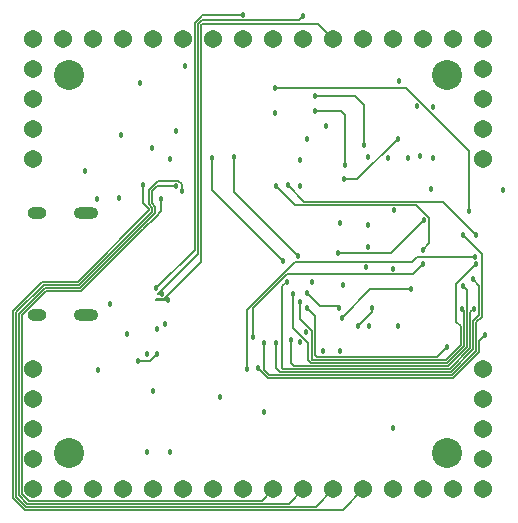
<source format=gbr>
%TF.GenerationSoftware,KiCad,Pcbnew,8.0.6-8.0.6-0~ubuntu24.04.1*%
%TF.CreationDate,2024-10-22T17:09:28-04:00*%
%TF.ProjectId,ta-expt-v2,74612d65-7870-4742-9d76-322e6b696361,rev?*%
%TF.SameCoordinates,Original*%
%TF.FileFunction,Copper,L4,Bot*%
%TF.FilePolarity,Positive*%
%FSLAX46Y46*%
G04 Gerber Fmt 4.6, Leading zero omitted, Abs format (unit mm)*
G04 Created by KiCad (PCBNEW 8.0.6-8.0.6-0~ubuntu24.04.1) date 2024-10-22 17:09:28*
%MOMM*%
%LPD*%
G01*
G04 APERTURE LIST*
%TA.AperFunction,ComponentPad*%
%ADD10O,2.100000X1.000000*%
%TD*%
%TA.AperFunction,ComponentPad*%
%ADD11O,1.600000X1.000000*%
%TD*%
%TA.AperFunction,ComponentPad*%
%ADD12C,1.540000*%
%TD*%
%TA.AperFunction,ComponentPad*%
%ADD13C,2.540000*%
%TD*%
%TA.AperFunction,ViaPad*%
%ADD14C,0.457200*%
%TD*%
%TA.AperFunction,Conductor*%
%ADD15C,0.127000*%
%TD*%
%TA.AperFunction,Conductor*%
%ADD16C,0.203200*%
%TD*%
G04 APERTURE END LIST*
D10*
%TO.P,J3,S1,SHIELD*%
%TO.N,unconnected-(J3-SHIELD-PadS1)*%
X140390000Y-103680000D03*
D11*
X136210000Y-103680000D03*
D10*
X140390000Y-112320000D03*
D11*
X136210000Y-112320000D03*
%TD*%
D12*
%TO.P,J7,1,Pin_1*%
%TO.N,VDD*%
X135950000Y-116890000D03*
%TO.P,J7,2,Pin_2*%
%TO.N,GND*%
X135950000Y-119430000D03*
%TO.P,J7,3,Pin_3*%
%TO.N,/SWDIO*%
X135950000Y-121970000D03*
%TO.P,J7,4,Pin_4*%
%TO.N,/SWCLK*%
X135950000Y-124510000D03*
%TD*%
%TO.P,J8,1,Pin_1*%
%TO.N,unconnected-(J8-Pin_1-Pad1)*%
X135950000Y-127050000D03*
%TO.P,J8,2,Pin_2*%
%TO.N,unconnected-(J8-Pin_2-Pad2)*%
X138490000Y-127050000D03*
%TO.P,J8,3,Pin_3*%
%TO.N,unconnected-(J8-Pin_3-Pad3)*%
X141030000Y-127050000D03*
%TO.P,J8,4,Pin_4*%
%TO.N,unconnected-(J8-Pin_4-Pad4)*%
X143570000Y-127050000D03*
%TO.P,J8,5,Pin_5*%
%TO.N,unconnected-(J8-Pin_5-Pad5)*%
X146110000Y-127050000D03*
%TO.P,J8,6,Pin_6*%
%TO.N,unconnected-(J8-Pin_6-Pad6)*%
X148650000Y-127050000D03*
%TO.P,J8,7,Pin_7*%
%TO.N,unconnected-(J8-Pin_7-Pad7)*%
X151190000Y-127050000D03*
%TO.P,J8,8,Pin_8*%
%TO.N,/BOOT0*%
X153730000Y-127050000D03*
%TO.P,J8,9,Pin_9*%
%TO.N,/LPUART_CTS*%
X156270000Y-127050000D03*
%TO.P,J8,10,Pin_10*%
%TO.N,/LPUART_TX*%
X158810000Y-127050000D03*
%TO.P,J8,11,Pin_11*%
%TO.N,/LPUART_RX*%
X161350000Y-127050000D03*
%TO.P,J8,12,Pin_12*%
%TO.N,/LPUART_RTS*%
X163890000Y-127050000D03*
%TO.P,J8,13,Pin_13*%
%TO.N,unconnected-(J8-Pin_13-Pad13)*%
X166430000Y-127050000D03*
%TO.P,J8,14,Pin_14*%
%TO.N,unconnected-(J8-Pin_14-Pad14)*%
X168970000Y-127050000D03*
%TO.P,J8,15,Pin_15*%
%TO.N,unconnected-(J8-Pin_15-Pad15)*%
X171510000Y-127050000D03*
%TO.P,J8,16,Pin_16*%
%TO.N,unconnected-(J8-Pin_16-Pad16)*%
X174050000Y-127050000D03*
%TD*%
%TO.P,J1,2,Pin_2*%
%TO.N,unconnected-(J1-Pin_2-Pad2)*%
X174050000Y-124510000D03*
%TO.P,J1,3,Pin_3*%
%TO.N,GND*%
X174050000Y-121970000D03*
%TO.P,J1,4,Pin_4*%
%TO.N,unconnected-(J1-Pin_4-Pad4)*%
X174050000Y-119430000D03*
%TO.P,J1,5,Pin_5*%
%TO.N,unconnected-(J1-Pin_5-Pad5)*%
X174050000Y-116890000D03*
%TD*%
%TO.P,J2,1,Pin_1*%
%TO.N,unconnected-(J2-Pin_1-Pad1)*%
X135950000Y-99110000D03*
%TO.P,J2,2,Pin_2*%
%TO.N,GND*%
X135950000Y-96570000D03*
%TO.P,J2,3,Pin_3*%
%TO.N,unconnected-(J2-Pin_3-Pad3)*%
X135950000Y-94030000D03*
%TO.P,J2,4,Pin_4*%
%TO.N,unconnected-(J2-Pin_4-Pad4)*%
X135950000Y-91490000D03*
%TD*%
D13*
%TO.P,J6,1,Pin_1*%
%TO.N,GND*%
X139000000Y-92000000D03*
%TO.P,J6,2,Pin_2*%
X171000000Y-92000000D03*
%TO.P,J6,3,Pin_3*%
X139000000Y-124000000D03*
%TO.P,J6,4,Pin_4*%
X171000000Y-124000000D03*
%TD*%
D12*
%TO.P,J4,2,Pin_2*%
%TO.N,unconnected-(J4-Pin_2-Pad2)*%
X174050000Y-99110000D03*
%TO.P,J4,3,Pin_3*%
%TO.N,unconnected-(J4-Pin_3-Pad3)*%
X174050000Y-96570000D03*
%TO.P,J4,4,Pin_4*%
%TO.N,unconnected-(J4-Pin_4-Pad4)*%
X174050000Y-94030000D03*
%TO.P,J4,5,Pin_5*%
%TO.N,unconnected-(J4-Pin_5-Pad5)*%
X174050000Y-91490000D03*
%TD*%
%TO.P,J9,1,Pin_1*%
%TO.N,unconnected-(J9-Pin_1-Pad1)*%
X135950000Y-88950000D03*
%TO.P,J9,2,Pin_2*%
%TO.N,unconnected-(J9-Pin_2-Pad2)*%
X138490000Y-88950000D03*
%TO.P,J9,3,Pin_3*%
%TO.N,GND*%
X141030000Y-88950000D03*
%TO.P,J9,4,Pin_4*%
%TO.N,unconnected-(J9-Pin_4-Pad4)*%
X143570000Y-88950000D03*
%TO.P,J9,5,Pin_5*%
%TO.N,unconnected-(J9-Pin_5-Pad5)*%
X146110000Y-88950000D03*
%TO.P,J9,6,Pin_6*%
%TO.N,unconnected-(J9-Pin_6-Pad6)*%
X148650000Y-88950000D03*
%TO.P,J9,7,Pin_7*%
%TO.N,/NRST*%
X151190000Y-88950000D03*
%TO.P,J9,8,Pin_8*%
%TO.N,/USART1_CK*%
X153730000Y-88950000D03*
%TO.P,J9,9,Pin_9*%
%TO.N,/USART1_CTS*%
X156270000Y-88950000D03*
%TO.P,J9,10,Pin_10*%
%TO.N,/USART1_TX*%
X158810000Y-88950000D03*
%TO.P,J9,11,Pin_11*%
%TO.N,/USART1_RX*%
X161350000Y-88950000D03*
%TO.P,J9,12,Pin_12*%
%TO.N,/USART1_RTS*%
X163890000Y-88950000D03*
%TO.P,J9,13,Pin_13*%
%TO.N,unconnected-(J9-Pin_13-Pad13)*%
X166430000Y-88950000D03*
%TO.P,J9,14,Pin_14*%
%TO.N,unconnected-(J9-Pin_14-Pad14)*%
X168970000Y-88950000D03*
%TO.P,J9,15,Pin_15*%
%TO.N,unconnected-(J9-Pin_15-Pad15)*%
X171510000Y-88950000D03*
%TO.P,J9,16,Pin_16*%
%TO.N,unconnected-(J9-Pin_16-Pad16)*%
X174050000Y-88950000D03*
%TD*%
D14*
%TO.N,/VDD_FILT*%
X155500000Y-120500000D03*
%TO.N,GND*%
X143200000Y-102400000D03*
X169800000Y-98950000D03*
X146100000Y-118700000D03*
X164400000Y-113200000D03*
X175700000Y-101700000D03*
X166450000Y-103400000D03*
X165950000Y-98950000D03*
X142400000Y-111350000D03*
X166400000Y-121850000D03*
X167700000Y-98950000D03*
X140350000Y-100100000D03*
X164300000Y-98900000D03*
X147500000Y-99100000D03*
X166850000Y-113200000D03*
X143350000Y-97000000D03*
X158500000Y-114600000D03*
X161900000Y-104500000D03*
X159500000Y-109500000D03*
X148000000Y-96700000D03*
X161900000Y-115300000D03*
X158500000Y-101350000D03*
X166400000Y-108400000D03*
X146400000Y-113500000D03*
X164250000Y-106500000D03*
X160700000Y-96300000D03*
X151750000Y-119250000D03*
X147500000Y-123900000D03*
X144950000Y-92650000D03*
X145600000Y-123900000D03*
X169800000Y-94650000D03*
X143900000Y-113900000D03*
X164100000Y-108200000D03*
X159100000Y-97400000D03*
X148800000Y-91200000D03*
X141350000Y-102500000D03*
X164250000Y-104700000D03*
%TO.N,/VDD_FILT*%
X160500000Y-115300000D03*
X158500000Y-99150000D03*
X156400000Y-95200000D03*
X169600000Y-101650000D03*
X166900000Y-92500000D03*
X145950000Y-98100000D03*
X141450000Y-116900000D03*
X168400000Y-94600000D03*
X147050000Y-113000000D03*
X159000000Y-113750000D03*
X162150000Y-109750000D03*
X168650000Y-98850000D03*
X145600000Y-115600000D03*
%TO.N,Net-(IC3-PC15-OSC32_OUT)*%
X163400000Y-113200000D03*
X164600000Y-111650000D03*
%TO.N,/NRST*%
X158350000Y-107300000D03*
X152900000Y-98900000D03*
%TO.N,/LDO_OUT*%
X161850000Y-111700000D03*
X151050000Y-98950000D03*
X159150000Y-110400000D03*
X157075000Y-107725000D03*
%TO.N,/USART1_RX*%
X147350000Y-111000000D03*
%TO.N,/I2C3_SDA*%
X173350000Y-107400000D03*
X154000000Y-116850000D03*
%TO.N,/DCMI_VSYNC*%
X155500000Y-114650000D03*
X172350000Y-105500000D03*
%TO.N,/QUADSPI_BK2_IO2*%
X162330500Y-99569500D03*
X159800000Y-95050000D03*
%TO.N,/DCMI_D5*%
X155000000Y-116800000D03*
X174200000Y-114000000D03*
%TO.N,/LPUART_TX*%
X148000000Y-101350000D03*
%TO.N,/DCMI_D8*%
X158500000Y-111150000D03*
X173450000Y-108000000D03*
%TO.N,/LPUART_CTS*%
X146750000Y-102500000D03*
%TO.N,/USART1_TX*%
X146800000Y-110500000D03*
X158800000Y-87000000D03*
%TO.N,/DCMI_D7*%
X157750000Y-114400000D03*
X172300000Y-109800000D03*
%TO.N,/I2C3_SCL*%
X161750000Y-107000000D03*
X169000000Y-104250000D03*
%TO.N,/LPUART_RX*%
X148500000Y-101800000D03*
%TO.N,/Control*%
X172850000Y-103500000D03*
X167900000Y-110100000D03*
X162050000Y-112500000D03*
X156400000Y-93050000D03*
%TO.N,/SWCLK*%
X144800000Y-116150000D03*
X146400000Y-115600000D03*
%TO.N,/DCMI_D9*%
X154550000Y-114150000D03*
X168950000Y-108000000D03*
%TO.N,/USART1_CK*%
X146350000Y-110000000D03*
X153700000Y-86900000D03*
%TO.N,/DCMI_D4*%
X170950000Y-114950000D03*
X159100000Y-111650000D03*
%TO.N,/LPUART_RTS*%
X145250000Y-101300000D03*
%TO.N,/DCMI_PIXCLK*%
X168900000Y-106750000D03*
X156500000Y-101350000D03*
%TO.N,/DCMI_HSYNC*%
X157500000Y-101300000D03*
X173400000Y-105500000D03*
%TO.N,/DCMI_D2*%
X157400000Y-109450000D03*
X173250000Y-111750000D03*
%TO.N,/QUADSPI_BK2_IO1*%
X163950000Y-97850000D03*
X159800000Y-93750000D03*
%TO.N,/QUADSPI_BK1_NCS*%
X162250000Y-100800000D03*
X166800000Y-97350000D03*
%TO.N,/DCMI_D6*%
X156500000Y-114650000D03*
X173150000Y-109250000D03*
%TO.N,/DCMI_D3*%
X157900000Y-110500000D03*
X172200000Y-111750000D03*
%TD*%
D15*
%TO.N,Net-(IC3-PC15-OSC32_OUT)*%
X163400000Y-113200000D02*
X164600000Y-112000000D01*
X164600000Y-112000000D02*
X164600000Y-111650000D01*
%TO.N,/NRST*%
X152900000Y-98900000D02*
X152900000Y-101850000D01*
X152900000Y-101850000D02*
X158350000Y-107300000D01*
%TO.N,/LDO_OUT*%
X161650000Y-111500000D02*
X161800000Y-111650000D01*
X160250000Y-111500000D02*
X161650000Y-111500000D01*
X161800000Y-111650000D02*
X161850000Y-111700000D01*
X159150000Y-110400000D02*
X160250000Y-111500000D01*
X151050000Y-101700000D02*
X157075000Y-107725000D01*
X157075000Y-107725000D02*
X157100000Y-107750000D01*
X151050000Y-98950000D02*
X151050000Y-101700000D01*
%TO.N,/USART1_RX*%
X160009210Y-87609210D02*
X161350000Y-88950000D01*
X147350000Y-111000000D02*
X146367828Y-111000000D01*
X150118500Y-107804462D02*
X150118500Y-87749920D01*
X150259210Y-87609210D02*
X160009210Y-87609210D01*
X146982462Y-110940500D02*
X150118500Y-107804462D01*
X146308328Y-110940500D02*
X146982462Y-110940500D01*
X150118500Y-87749920D02*
X150259210Y-87609210D01*
X146367828Y-111000000D02*
X146308328Y-110940500D01*
%TO.N,/I2C3_SDA*%
X154000000Y-111867828D02*
X155383914Y-110483914D01*
X155383914Y-110483914D02*
X158108328Y-107759500D01*
X158108328Y-107759500D02*
X168040500Y-107759500D01*
X154000000Y-116850000D02*
X154000000Y-111867828D01*
X168040500Y-107759500D02*
X168400000Y-107400000D01*
X168400000Y-107400000D02*
X173350000Y-107400000D01*
%TO.N,/DCMI_VSYNC*%
X155905210Y-117346000D02*
X171394790Y-117346000D01*
X171394790Y-117346000D02*
X173446000Y-115294790D01*
X173446000Y-115294790D02*
X173446000Y-114550000D01*
X173944500Y-112414710D02*
X173944500Y-107094500D01*
X155500000Y-114650000D02*
X155500000Y-116940790D01*
X155500000Y-116940790D02*
X155905210Y-117346000D01*
X173446000Y-114550000D02*
X173446000Y-112913210D01*
X173944500Y-107094500D02*
X172350000Y-105500000D01*
X173446000Y-112913210D02*
X173944500Y-112414710D01*
%TO.N,/QUADSPI_BK2_IO2*%
X162330500Y-99569500D02*
X162330500Y-95380500D01*
X162000000Y-95050000D02*
X159800000Y-95050000D01*
X162330500Y-95380500D02*
X162000000Y-95050000D01*
%TO.N,/DCMI_D5*%
X171500000Y-117600000D02*
X173700000Y-115400000D01*
X155800000Y-117600000D02*
X171500000Y-117600000D01*
X155000000Y-116800000D02*
X155800000Y-117600000D01*
X173700000Y-114500000D02*
X174200000Y-114000000D01*
X173700000Y-115400000D02*
X173700000Y-114500000D01*
%TO.N,/LPUART_TX*%
X146250000Y-103104000D02*
X146250000Y-103640790D01*
X134735500Y-112158776D02*
X134735500Y-127553063D01*
X139920395Y-109970395D02*
X136923881Y-109970395D01*
X145959500Y-102813500D02*
X146250000Y-103104000D01*
X157595500Y-128264500D02*
X158810000Y-127050000D01*
X146427038Y-101350000D02*
X145959500Y-101817538D01*
X134735500Y-127553063D02*
X135446937Y-128264500D01*
X135446937Y-128264500D02*
X157595500Y-128264500D01*
X146250000Y-103640790D02*
X139920395Y-109970395D01*
X148000000Y-101350000D02*
X146427038Y-101350000D01*
X136923881Y-109970395D02*
X134735500Y-112158776D01*
X145959500Y-101817538D02*
X145959500Y-102813500D01*
%TO.N,/DCMI_D8*%
X172147975Y-113238235D02*
X171759500Y-112849760D01*
X172147975Y-114796765D02*
X172147975Y-113238235D01*
X159529605Y-116020395D02*
X159559210Y-116050000D01*
X159529605Y-113656643D02*
X159529605Y-116020395D01*
X159559210Y-116050000D02*
X170894740Y-116050000D01*
X171759500Y-112849760D02*
X171759500Y-109690500D01*
X170894740Y-116050000D02*
X172147975Y-114796765D01*
X158500000Y-111150000D02*
X158500000Y-112627038D01*
X158500000Y-112627038D02*
X159529605Y-113656643D01*
X171759500Y-109690500D02*
X173450000Y-108000000D01*
%TO.N,/LPUART_CTS*%
X139998500Y-110251500D02*
X137001986Y-110251500D01*
X134989500Y-117789500D02*
X135000000Y-117800000D01*
X134989500Y-117789500D02*
X134989500Y-127447853D01*
X155320000Y-128000000D02*
X156270000Y-127050000D01*
X145250000Y-105000000D02*
X139998500Y-110251500D01*
X135552147Y-128010500D02*
X154989500Y-128010500D01*
X154989500Y-128010500D02*
X155000000Y-128000000D01*
X134989500Y-127447853D02*
X135552147Y-128010500D01*
X134989500Y-112263986D02*
X134989500Y-117789500D01*
X146750000Y-102500000D02*
X146750000Y-103500000D01*
X137001986Y-110251500D02*
X134989500Y-112263986D01*
X146300000Y-103950000D02*
X145250000Y-105000000D01*
X155000000Y-128000000D02*
X155320000Y-128000000D01*
X146750000Y-103500000D02*
X146300000Y-103950000D01*
%TO.N,/USART1_TX*%
X150190500Y-87340500D02*
X150179605Y-87329605D01*
X157540500Y-87340500D02*
X150190500Y-87340500D01*
X149864500Y-107108462D02*
X146472962Y-110500000D01*
X149864500Y-87644710D02*
X149864500Y-107108462D01*
X158459500Y-87340500D02*
X158800000Y-87000000D01*
X146472962Y-110500000D02*
X146800000Y-110500000D01*
X150179605Y-87329605D02*
X149864500Y-87644710D01*
X157540500Y-87340500D02*
X158459500Y-87340500D01*
%TO.N,/DCMI_D7*%
X157750000Y-114400000D02*
X157750000Y-116350000D01*
X172684000Y-114750000D02*
X172684000Y-110184000D01*
X172684000Y-114979160D02*
X172684000Y-114750000D01*
X157750000Y-116350000D02*
X157984000Y-116584000D01*
X157984000Y-116584000D02*
X171079160Y-116584000D01*
X172300000Y-109800000D02*
X172350000Y-109850000D01*
X171079160Y-116584000D02*
X172684000Y-114979160D01*
X172684000Y-110184000D02*
X172300000Y-109800000D01*
%TO.N,/I2C3_SCL*%
X161750000Y-107000000D02*
X166250000Y-107000000D01*
X166250000Y-107000000D02*
X169000000Y-104250000D01*
%TO.N,/LPUART_RX*%
X145996000Y-103535580D02*
X139815185Y-109716395D01*
X146517828Y-100900000D02*
X145705500Y-101712328D01*
X139815185Y-109716395D02*
X136818671Y-109716395D01*
X145996000Y-103209210D02*
X145996000Y-103535580D01*
X148500000Y-101227038D02*
X148172962Y-100900000D01*
X159881500Y-128518500D02*
X161350000Y-127050000D01*
X135341727Y-128518500D02*
X159881500Y-128518500D01*
X134481500Y-112053566D02*
X134481500Y-127658273D01*
X148500000Y-101800000D02*
X148500000Y-101227038D01*
X145705500Y-102918710D02*
X145996000Y-103209210D01*
X134481500Y-127658273D02*
X135341727Y-128518500D01*
X136818671Y-109716395D02*
X134481500Y-112053566D01*
X145705500Y-101712328D02*
X145705500Y-102918710D01*
X148172962Y-100900000D02*
X146517828Y-100900000D01*
%TO.N,/Control*%
X156400000Y-93050000D02*
X167500000Y-93050000D01*
X172850000Y-98400000D02*
X172850000Y-103500000D01*
X167500000Y-93050000D02*
X172850000Y-98400000D01*
X167900000Y-110100000D02*
X164450000Y-110100000D01*
X164450000Y-110100000D02*
X162050000Y-112500000D01*
%TO.N,/SWCLK*%
X145850000Y-116150000D02*
X146400000Y-115600000D01*
X144800000Y-116150000D02*
X145850000Y-116150000D01*
%TO.N,/DCMI_D9*%
X168950000Y-108000000D02*
X168109500Y-108840500D01*
X168109500Y-108840500D02*
X157386538Y-108840500D01*
X157386538Y-108840500D02*
X154550000Y-111677038D01*
X154550000Y-111677038D02*
X154550000Y-114150000D01*
%TO.N,/USART1_CK*%
X149610500Y-87539500D02*
X150100000Y-87050000D01*
X149610500Y-106739500D02*
X149610500Y-88460500D01*
X150100000Y-87050000D02*
X150250000Y-86900000D01*
X149610500Y-88460500D02*
X149610500Y-87539500D01*
X146350000Y-110000000D02*
X149610500Y-106739500D01*
X150250000Y-86900000D02*
X153700000Y-86900000D01*
%TO.N,/DCMI_D4*%
X159946000Y-115796000D02*
X167704000Y-115796000D01*
X159100000Y-111650000D02*
X159800000Y-112350000D01*
X167704000Y-115796000D02*
X170104000Y-115796000D01*
X159800000Y-115650000D02*
X159946000Y-115796000D01*
X170104000Y-115796000D02*
X170950000Y-114950000D01*
X159800000Y-112350000D02*
X159800000Y-115650000D01*
%TO.N,/LPUART_RTS*%
X145742000Y-103314420D02*
X145250000Y-102822420D01*
X145250000Y-102822420D02*
X145250000Y-101300000D01*
X135236517Y-128772500D02*
X162167500Y-128772500D01*
X136714671Y-109461185D02*
X139711185Y-109461185D01*
X162167500Y-128772500D02*
X163890000Y-127050000D01*
X134227500Y-127763483D02*
X134227500Y-111948356D01*
X135132008Y-128667992D02*
X135236517Y-128772500D01*
X135132008Y-128667992D02*
X134227500Y-127763483D01*
X134227500Y-111948356D02*
X136714671Y-109461185D01*
X139711185Y-109461185D02*
X145742000Y-103430370D01*
X145742000Y-103430370D02*
X145742000Y-103314420D01*
X135132009Y-128667992D02*
X135132008Y-128667992D01*
%TO.N,/DCMI_PIXCLK*%
X168332462Y-102959500D02*
X169440500Y-104067538D01*
X169440500Y-104067538D02*
X169440500Y-106209500D01*
X169440500Y-106209500D02*
X168900000Y-106750000D01*
X156500000Y-101350000D02*
X158109500Y-102959500D01*
X158109500Y-102959500D02*
X168332462Y-102959500D01*
%TO.N,/DCMI_HSYNC*%
X157500000Y-101300000D02*
X158900000Y-102700000D01*
X166750000Y-102700000D02*
X170600000Y-102700000D01*
X158900000Y-102700000D02*
X166750000Y-102700000D01*
X170600000Y-102700000D02*
X173400000Y-105500000D01*
%TO.N,/DCMI_D2*%
X157055210Y-116838000D02*
X171184370Y-116838000D01*
X172938000Y-112062000D02*
X173250000Y-111750000D01*
X157000000Y-116782790D02*
X157055210Y-116838000D01*
X172938000Y-114700000D02*
X172938000Y-112062000D01*
X172938000Y-115084370D02*
X172938000Y-114700000D01*
X157000000Y-109850000D02*
X157000000Y-116782790D01*
X171184370Y-116838000D02*
X172938000Y-115084370D01*
X157400000Y-109450000D02*
X157000000Y-109850000D01*
%TO.N,/QUADSPI_BK2_IO1*%
X163200000Y-93750000D02*
X159800000Y-93750000D01*
X163950000Y-97850000D02*
X163950000Y-94500000D01*
X163950000Y-94500000D02*
X163200000Y-93750000D01*
D16*
%TO.N,/QUADSPI_BK1_NCS*%
X166800000Y-97423157D02*
X166800000Y-97350000D01*
X166800000Y-97350000D02*
X166800000Y-97300000D01*
X163350000Y-100800000D02*
X162250000Y-100800000D01*
X166800000Y-97350000D02*
X163350000Y-100800000D01*
D15*
%TO.N,/DCMI_D6*%
X156500000Y-116750000D02*
X156842000Y-117092000D01*
X173690500Y-109790500D02*
X173150000Y-109250000D01*
X173192000Y-112808000D02*
X173690500Y-112309500D01*
X156500000Y-114650000D02*
X156500000Y-116750000D01*
X156950000Y-117092000D02*
X171289580Y-117092000D01*
X156842000Y-117092000D02*
X156950000Y-117092000D01*
X171289580Y-117092000D02*
X173192000Y-115189580D01*
X173192000Y-114650000D02*
X173192000Y-112808000D01*
X173690500Y-112309500D02*
X173690500Y-109790500D01*
X173192000Y-115189580D02*
X173192000Y-114650000D01*
%TO.N,/DCMI_D3*%
X159200000Y-114677038D02*
X159200000Y-116050000D01*
X172430000Y-111980000D02*
X172200000Y-111750000D01*
X159200000Y-116050000D02*
X159480000Y-116330000D01*
X170973950Y-116330000D02*
X172401975Y-114901975D01*
X159480000Y-116330000D02*
X170973950Y-116330000D01*
X172430000Y-114873950D02*
X172430000Y-114750000D01*
X157900000Y-110500000D02*
X157900000Y-113377038D01*
X172430000Y-114750000D02*
X172430000Y-111980000D01*
X157900000Y-113377038D02*
X159200000Y-114677038D01*
X172401975Y-114901975D02*
X172430000Y-114873950D01*
%TD*%
M02*

</source>
